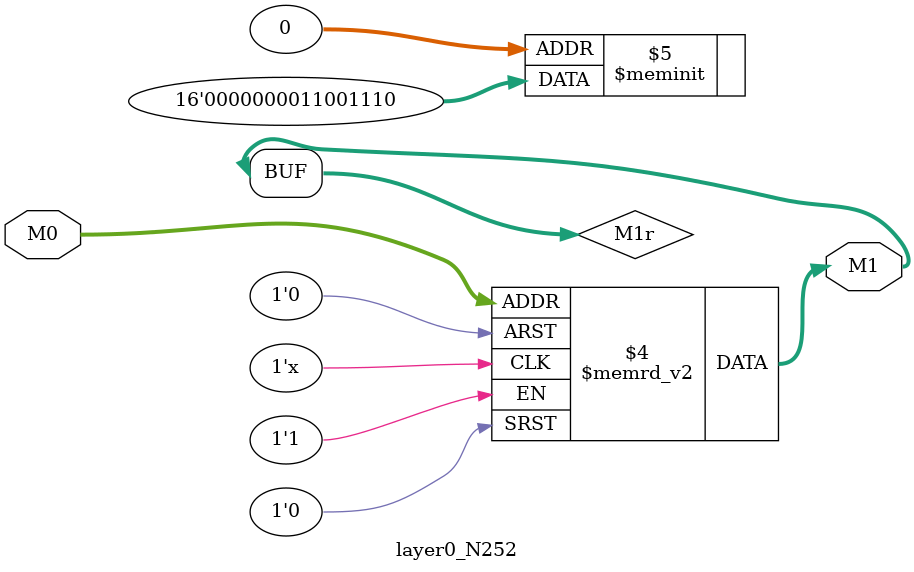
<source format=v>
module layer0_N252 ( input [2:0] M0, output [1:0] M1 );

	(*rom_style = "distributed" *) reg [1:0] M1r;
	assign M1 = M1r;
	always @ (M0) begin
		case (M0)
			3'b000: M1r = 2'b10;
			3'b100: M1r = 2'b00;
			3'b010: M1r = 2'b00;
			3'b110: M1r = 2'b00;
			3'b001: M1r = 2'b11;
			3'b101: M1r = 2'b00;
			3'b011: M1r = 2'b11;
			3'b111: M1r = 2'b00;

		endcase
	end
endmodule

</source>
